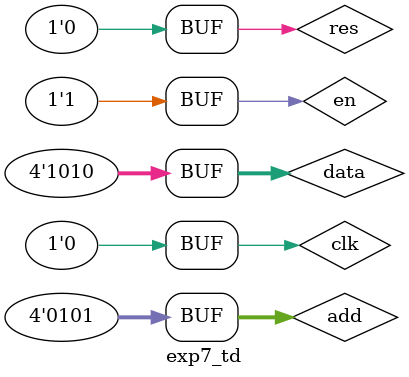
<source format=v>
`timescale 1 ns/1 ps
module Dtrigger(
    input  wire din,
    input  wire clk,
    input  wire reset,
    input  wire enabler,
    output reg dout
);
always @(posedge clk) begin
    if (enabler==1'b0) begin
        
    end else begin
        if(reset==1'b1)begin
            dout<=1'b0;
        end else begin
            dout<=din;
        end
    end

end

endmodule // 

module Dtriggerline(
    input clk,
    input [3:0]data,
    input en,
    input cr,
    output [3:0]q
);
    Dtrigger d0(data[0],clk,cr,en,q[0]);
    Dtrigger d1(data[1],clk,cr,en,q[1]);
    Dtrigger d2(data[2],clk,cr,en,q[2]);
    Dtrigger d3(data[3],clk,cr,en,q[3]);

endmodule // Dtriggerline

module register(
    input clk,
    input[3:0] address,
    input [3:0]data,
    input rst,
    input en,
    output reg[3:0]rout
);
    wire [3:0] rout0,rout1,rout2,rout3,rout4,rout5,rout6,rout7,rout8,rout9,rout10,rout11,rout12,rout13,rout14,rout15;
    Dtriggerline l0(clk,data,~address[3]&&~address[2]&&~address[1]&&~address[0]&&en,rst,rout0);
    Dtriggerline l1(clk,data,~address[3]&&~address[2]&&~address[1]&&address[0]&&en,rst,rout1);
    Dtriggerline l2(clk,data,~address[3]&&~address[2]&&address[1]&&~address[0]&&en,rst,rout2);
    Dtriggerline l3(clk,data,~address[3]&&~address[2]&&address[1]&&address[0]&&en,rst,rout3);
    Dtriggerline l4(clk,data,~address[3]&&address[2]&&~address[1]&&~address[0]&&en,rst,rout4);
    Dtriggerline l5(clk,data,~address[3]&&address[2]&&~address[1]&&address[0]&&en,rst,rout5);
    Dtriggerline l6(clk,data,~address[3]&&address[2]&&address[1]&&~address[0]&&en,rst,rout6);
    Dtriggerline l7(clk,data,~address[3]&&address[2]&&address[1]&&address[0]&&en,rst,rout7);
    Dtriggerline l8(clk,data,address[3]&&~address[2]&&~address[1]&&~address[0]&&en,rst,rout8);
    Dtriggerline l9(clk,data,address[3]&&~address[2]&&~address[1]&&address[0]&&en,rst,rout9);
    Dtriggerline l10(clk,data,address[3]&&~address[2]&&address[1]&&~address[0]&&en,rst,rout10);
    Dtriggerline l11(clk,data,address[3]&&~address[2]&&address[1]&&address[0]&&en,rst,rout11);
    Dtriggerline l12(clk,data,address[3]&&address[2]&&~address[1]&&~address[0]&&en,rst,rout12);
    Dtriggerline l13(clk,data,address[3]&&address[2]&&~address[1]&&address[0]&&en,rst,rout13);
    Dtriggerline l14(clk,data,address[3]&&address[2]&&address[1]&&~address[0]&&en,rst,rout14);
    Dtriggerline l15(clk,data,address[3]&&address[2]&&address[1]&&address[0]&&en,rst,rout15);
    always @(posedge clk) begin
        case (address)
            4'h0:rout = rout0; 
            4'h1:rout = rout1; 
            4'h2:rout = rout2; 
            4'h3:rout = rout3; 
            4'h4:rout = rout4; 
            4'h5:rout = rout5; 
            4'h6:rout = rout6; 
            4'h7:rout = rout7; 
            4'h8:rout = rout8; 
            4'h9:rout = rout9;
            4'ha:rout = rout10; 
            4'hb:rout = rout11; 
            4'hc:rout = rout12; 
            4'hd:rout = rout13; 
            4'he:rout = rout14; 
            4'hf:rout = rout15;  
        endcase
    end
    
endmodule // 

module exp7_td;
    reg clk,res,en;
    reg [3:0]add;
    reg[3:0] data;
    wire [3:0]out;
    register test(clk,add,data,res,en,out);
    initial begin
        clk = 0;
        repeat(50)begin
            #1 clk =~clk;
        end
    end
    initial begin
        $dumpfile("exp7_td.vcd");
        $dumpvars(0,exp7_td);
        add <= 4'h1;data <= 4'b1111;res <= 0;en <= 1;
        #10 add=4'ha;data = 4'b0110;
        #10 add=4'ha;en = 0;data = 4'b0000;
        #10 add = 4'ha;en =1; res = 1;
        #10 add = 4'h5;res = 0;data = 4'b1010;
    end 
endmodule // 
</source>
